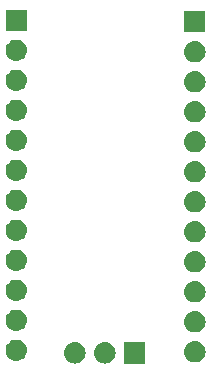
<source format=gbr>
G04 #@! TF.GenerationSoftware,KiCad,Pcbnew,(5.1.4-0)*
G04 #@! TF.CreationDate,2020-07-13T22:24:35+08:00*
G04 #@! TF.ProjectId,attiny3217,61747469-6e79-4333-9231-372e6b696361,rev?*
G04 #@! TF.SameCoordinates,Original*
G04 #@! TF.FileFunction,Soldermask,Bot*
G04 #@! TF.FilePolarity,Negative*
%FSLAX46Y46*%
G04 Gerber Fmt 4.6, Leading zero omitted, Abs format (unit mm)*
G04 Created by KiCad (PCBNEW (5.1.4-0)) date 2020-07-13 22:24:35*
%MOMM*%
%LPD*%
G04 APERTURE LIST*
%ADD10C,0.100000*%
G04 APERTURE END LIST*
D10*
G36*
X137984800Y-95084200D02*
G01*
X136182800Y-95084200D01*
X136182800Y-93282200D01*
X137984800Y-93282200D01*
X137984800Y-95084200D01*
X137984800Y-95084200D01*
G37*
G36*
X134654242Y-93288718D02*
G01*
X134720427Y-93295237D01*
X134890266Y-93346757D01*
X135046791Y-93430422D01*
X135082529Y-93459752D01*
X135183986Y-93543014D01*
X135267248Y-93644471D01*
X135296578Y-93680209D01*
X135380243Y-93836734D01*
X135431763Y-94006573D01*
X135449159Y-94183200D01*
X135431763Y-94359827D01*
X135380243Y-94529666D01*
X135296578Y-94686191D01*
X135279190Y-94707378D01*
X135183986Y-94823386D01*
X135082529Y-94906648D01*
X135046791Y-94935978D01*
X134890266Y-95019643D01*
X134720427Y-95071163D01*
X134654243Y-95077681D01*
X134588060Y-95084200D01*
X134499540Y-95084200D01*
X134433357Y-95077681D01*
X134367173Y-95071163D01*
X134197334Y-95019643D01*
X134040809Y-94935978D01*
X134005071Y-94906648D01*
X133903614Y-94823386D01*
X133808410Y-94707378D01*
X133791022Y-94686191D01*
X133707357Y-94529666D01*
X133655837Y-94359827D01*
X133638441Y-94183200D01*
X133655837Y-94006573D01*
X133707357Y-93836734D01*
X133791022Y-93680209D01*
X133820352Y-93644471D01*
X133903614Y-93543014D01*
X134005071Y-93459752D01*
X134040809Y-93430422D01*
X134197334Y-93346757D01*
X134367173Y-93295237D01*
X134433358Y-93288718D01*
X134499540Y-93282200D01*
X134588060Y-93282200D01*
X134654242Y-93288718D01*
X134654242Y-93288718D01*
G37*
G36*
X132114242Y-93288718D02*
G01*
X132180427Y-93295237D01*
X132350266Y-93346757D01*
X132506791Y-93430422D01*
X132542529Y-93459752D01*
X132643986Y-93543014D01*
X132727248Y-93644471D01*
X132756578Y-93680209D01*
X132840243Y-93836734D01*
X132891763Y-94006573D01*
X132909159Y-94183200D01*
X132891763Y-94359827D01*
X132840243Y-94529666D01*
X132756578Y-94686191D01*
X132739190Y-94707378D01*
X132643986Y-94823386D01*
X132542529Y-94906648D01*
X132506791Y-94935978D01*
X132350266Y-95019643D01*
X132180427Y-95071163D01*
X132114243Y-95077681D01*
X132048060Y-95084200D01*
X131959540Y-95084200D01*
X131893357Y-95077681D01*
X131827173Y-95071163D01*
X131657334Y-95019643D01*
X131500809Y-94935978D01*
X131465071Y-94906648D01*
X131363614Y-94823386D01*
X131268410Y-94707378D01*
X131251022Y-94686191D01*
X131167357Y-94529666D01*
X131115837Y-94359827D01*
X131098441Y-94183200D01*
X131115837Y-94006573D01*
X131167357Y-93836734D01*
X131251022Y-93680209D01*
X131280352Y-93644471D01*
X131363614Y-93543014D01*
X131465071Y-93459752D01*
X131500809Y-93430422D01*
X131657334Y-93346757D01*
X131827173Y-93295237D01*
X131893358Y-93288718D01*
X131959540Y-93282200D01*
X132048060Y-93282200D01*
X132114242Y-93288718D01*
X132114242Y-93288718D01*
G37*
G36*
X142274243Y-93187119D02*
G01*
X142340427Y-93193637D01*
X142510266Y-93245157D01*
X142666791Y-93328822D01*
X142688646Y-93346758D01*
X142803986Y-93441414D01*
X142887248Y-93542871D01*
X142916578Y-93578609D01*
X143000243Y-93735134D01*
X143051763Y-93904973D01*
X143069159Y-94081600D01*
X143051763Y-94258227D01*
X143000243Y-94428066D01*
X142916578Y-94584591D01*
X142908211Y-94594786D01*
X142803986Y-94721786D01*
X142702529Y-94805048D01*
X142666791Y-94834378D01*
X142510266Y-94918043D01*
X142340427Y-94969563D01*
X142274242Y-94976082D01*
X142208060Y-94982600D01*
X142119540Y-94982600D01*
X142053357Y-94976081D01*
X141987173Y-94969563D01*
X141817334Y-94918043D01*
X141660809Y-94834378D01*
X141625071Y-94805048D01*
X141523614Y-94721786D01*
X141419389Y-94594786D01*
X141411022Y-94584591D01*
X141327357Y-94428066D01*
X141275837Y-94258227D01*
X141258441Y-94081600D01*
X141275837Y-93904973D01*
X141327357Y-93735134D01*
X141411022Y-93578609D01*
X141440352Y-93542871D01*
X141523614Y-93441414D01*
X141638954Y-93346758D01*
X141660809Y-93328822D01*
X141817334Y-93245157D01*
X141987173Y-93193637D01*
X142053357Y-93187119D01*
X142119540Y-93180600D01*
X142208060Y-93180600D01*
X142274243Y-93187119D01*
X142274243Y-93187119D01*
G37*
G36*
X127161242Y-93060118D02*
G01*
X127227427Y-93066637D01*
X127397266Y-93118157D01*
X127553791Y-93201822D01*
X127589529Y-93231152D01*
X127690986Y-93314414D01*
X127774248Y-93415871D01*
X127803578Y-93451609D01*
X127887243Y-93608134D01*
X127938763Y-93777973D01*
X127956159Y-93954600D01*
X127938763Y-94131227D01*
X127887243Y-94301066D01*
X127803578Y-94457591D01*
X127774248Y-94493329D01*
X127690986Y-94594786D01*
X127589529Y-94678048D01*
X127553791Y-94707378D01*
X127397266Y-94791043D01*
X127227427Y-94842563D01*
X127161243Y-94849081D01*
X127095060Y-94855600D01*
X127006540Y-94855600D01*
X126940358Y-94849082D01*
X126874173Y-94842563D01*
X126704334Y-94791043D01*
X126547809Y-94707378D01*
X126512071Y-94678048D01*
X126410614Y-94594786D01*
X126327352Y-94493329D01*
X126298022Y-94457591D01*
X126214357Y-94301066D01*
X126162837Y-94131227D01*
X126145441Y-93954600D01*
X126162837Y-93777973D01*
X126214357Y-93608134D01*
X126298022Y-93451609D01*
X126327352Y-93415871D01*
X126410614Y-93314414D01*
X126512071Y-93231152D01*
X126547809Y-93201822D01*
X126704334Y-93118157D01*
X126874173Y-93066637D01*
X126940358Y-93060118D01*
X127006540Y-93053600D01*
X127095060Y-93053600D01*
X127161242Y-93060118D01*
X127161242Y-93060118D01*
G37*
G36*
X142274242Y-90647118D02*
G01*
X142340427Y-90653637D01*
X142510266Y-90705157D01*
X142666791Y-90788822D01*
X142702529Y-90818152D01*
X142803986Y-90901414D01*
X142887248Y-91002871D01*
X142916578Y-91038609D01*
X143000243Y-91195134D01*
X143051763Y-91364973D01*
X143069159Y-91541600D01*
X143051763Y-91718227D01*
X143000243Y-91888066D01*
X142916578Y-92044591D01*
X142908211Y-92054786D01*
X142803986Y-92181786D01*
X142702529Y-92265048D01*
X142666791Y-92294378D01*
X142510266Y-92378043D01*
X142340427Y-92429563D01*
X142274242Y-92436082D01*
X142208060Y-92442600D01*
X142119540Y-92442600D01*
X142053358Y-92436082D01*
X141987173Y-92429563D01*
X141817334Y-92378043D01*
X141660809Y-92294378D01*
X141625071Y-92265048D01*
X141523614Y-92181786D01*
X141419389Y-92054786D01*
X141411022Y-92044591D01*
X141327357Y-91888066D01*
X141275837Y-91718227D01*
X141258441Y-91541600D01*
X141275837Y-91364973D01*
X141327357Y-91195134D01*
X141411022Y-91038609D01*
X141440352Y-91002871D01*
X141523614Y-90901414D01*
X141625071Y-90818152D01*
X141660809Y-90788822D01*
X141817334Y-90705157D01*
X141987173Y-90653637D01*
X142053358Y-90647118D01*
X142119540Y-90640600D01*
X142208060Y-90640600D01*
X142274242Y-90647118D01*
X142274242Y-90647118D01*
G37*
G36*
X127161243Y-90520119D02*
G01*
X127227427Y-90526637D01*
X127397266Y-90578157D01*
X127553791Y-90661822D01*
X127589529Y-90691152D01*
X127690986Y-90774414D01*
X127774248Y-90875871D01*
X127803578Y-90911609D01*
X127887243Y-91068134D01*
X127938763Y-91237973D01*
X127956159Y-91414600D01*
X127938763Y-91591227D01*
X127887243Y-91761066D01*
X127803578Y-91917591D01*
X127774248Y-91953329D01*
X127690986Y-92054786D01*
X127589529Y-92138048D01*
X127553791Y-92167378D01*
X127397266Y-92251043D01*
X127227427Y-92302563D01*
X127161242Y-92309082D01*
X127095060Y-92315600D01*
X127006540Y-92315600D01*
X126940358Y-92309082D01*
X126874173Y-92302563D01*
X126704334Y-92251043D01*
X126547809Y-92167378D01*
X126512071Y-92138048D01*
X126410614Y-92054786D01*
X126327352Y-91953329D01*
X126298022Y-91917591D01*
X126214357Y-91761066D01*
X126162837Y-91591227D01*
X126145441Y-91414600D01*
X126162837Y-91237973D01*
X126214357Y-91068134D01*
X126298022Y-90911609D01*
X126327352Y-90875871D01*
X126410614Y-90774414D01*
X126512071Y-90691152D01*
X126547809Y-90661822D01*
X126704334Y-90578157D01*
X126874173Y-90526637D01*
X126940357Y-90520119D01*
X127006540Y-90513600D01*
X127095060Y-90513600D01*
X127161243Y-90520119D01*
X127161243Y-90520119D01*
G37*
G36*
X142274242Y-88107118D02*
G01*
X142340427Y-88113637D01*
X142510266Y-88165157D01*
X142666791Y-88248822D01*
X142702529Y-88278152D01*
X142803986Y-88361414D01*
X142887248Y-88462871D01*
X142916578Y-88498609D01*
X143000243Y-88655134D01*
X143051763Y-88824973D01*
X143069159Y-89001600D01*
X143051763Y-89178227D01*
X143000243Y-89348066D01*
X142916578Y-89504591D01*
X142908211Y-89514786D01*
X142803986Y-89641786D01*
X142702529Y-89725048D01*
X142666791Y-89754378D01*
X142510266Y-89838043D01*
X142340427Y-89889563D01*
X142274243Y-89896081D01*
X142208060Y-89902600D01*
X142119540Y-89902600D01*
X142053357Y-89896081D01*
X141987173Y-89889563D01*
X141817334Y-89838043D01*
X141660809Y-89754378D01*
X141625071Y-89725048D01*
X141523614Y-89641786D01*
X141419389Y-89514786D01*
X141411022Y-89504591D01*
X141327357Y-89348066D01*
X141275837Y-89178227D01*
X141258441Y-89001600D01*
X141275837Y-88824973D01*
X141327357Y-88655134D01*
X141411022Y-88498609D01*
X141440352Y-88462871D01*
X141523614Y-88361414D01*
X141625071Y-88278152D01*
X141660809Y-88248822D01*
X141817334Y-88165157D01*
X141987173Y-88113637D01*
X142053358Y-88107118D01*
X142119540Y-88100600D01*
X142208060Y-88100600D01*
X142274242Y-88107118D01*
X142274242Y-88107118D01*
G37*
G36*
X127161242Y-87980118D02*
G01*
X127227427Y-87986637D01*
X127397266Y-88038157D01*
X127553791Y-88121822D01*
X127589529Y-88151152D01*
X127690986Y-88234414D01*
X127774248Y-88335871D01*
X127803578Y-88371609D01*
X127887243Y-88528134D01*
X127938763Y-88697973D01*
X127956159Y-88874600D01*
X127938763Y-89051227D01*
X127887243Y-89221066D01*
X127803578Y-89377591D01*
X127774248Y-89413329D01*
X127690986Y-89514786D01*
X127589529Y-89598048D01*
X127553791Y-89627378D01*
X127397266Y-89711043D01*
X127227427Y-89762563D01*
X127161243Y-89769081D01*
X127095060Y-89775600D01*
X127006540Y-89775600D01*
X126940357Y-89769081D01*
X126874173Y-89762563D01*
X126704334Y-89711043D01*
X126547809Y-89627378D01*
X126512071Y-89598048D01*
X126410614Y-89514786D01*
X126327352Y-89413329D01*
X126298022Y-89377591D01*
X126214357Y-89221066D01*
X126162837Y-89051227D01*
X126145441Y-88874600D01*
X126162837Y-88697973D01*
X126214357Y-88528134D01*
X126298022Y-88371609D01*
X126327352Y-88335871D01*
X126410614Y-88234414D01*
X126512071Y-88151152D01*
X126547809Y-88121822D01*
X126704334Y-88038157D01*
X126874173Y-87986637D01*
X126940358Y-87980118D01*
X127006540Y-87973600D01*
X127095060Y-87973600D01*
X127161242Y-87980118D01*
X127161242Y-87980118D01*
G37*
G36*
X142274243Y-85567119D02*
G01*
X142340427Y-85573637D01*
X142510266Y-85625157D01*
X142666791Y-85708822D01*
X142702529Y-85738152D01*
X142803986Y-85821414D01*
X142887248Y-85922871D01*
X142916578Y-85958609D01*
X143000243Y-86115134D01*
X143051763Y-86284973D01*
X143069159Y-86461600D01*
X143051763Y-86638227D01*
X143000243Y-86808066D01*
X142916578Y-86964591D01*
X142908211Y-86974786D01*
X142803986Y-87101786D01*
X142702529Y-87185048D01*
X142666791Y-87214378D01*
X142510266Y-87298043D01*
X142340427Y-87349563D01*
X142274242Y-87356082D01*
X142208060Y-87362600D01*
X142119540Y-87362600D01*
X142053358Y-87356082D01*
X141987173Y-87349563D01*
X141817334Y-87298043D01*
X141660809Y-87214378D01*
X141625071Y-87185048D01*
X141523614Y-87101786D01*
X141419389Y-86974786D01*
X141411022Y-86964591D01*
X141327357Y-86808066D01*
X141275837Y-86638227D01*
X141258441Y-86461600D01*
X141275837Y-86284973D01*
X141327357Y-86115134D01*
X141411022Y-85958609D01*
X141440352Y-85922871D01*
X141523614Y-85821414D01*
X141625071Y-85738152D01*
X141660809Y-85708822D01*
X141817334Y-85625157D01*
X141987173Y-85573637D01*
X142053357Y-85567119D01*
X142119540Y-85560600D01*
X142208060Y-85560600D01*
X142274243Y-85567119D01*
X142274243Y-85567119D01*
G37*
G36*
X127161243Y-85440119D02*
G01*
X127227427Y-85446637D01*
X127397266Y-85498157D01*
X127553791Y-85581822D01*
X127589529Y-85611152D01*
X127690986Y-85694414D01*
X127774248Y-85795871D01*
X127803578Y-85831609D01*
X127887243Y-85988134D01*
X127938763Y-86157973D01*
X127956159Y-86334600D01*
X127938763Y-86511227D01*
X127887243Y-86681066D01*
X127803578Y-86837591D01*
X127774248Y-86873329D01*
X127690986Y-86974786D01*
X127589529Y-87058048D01*
X127553791Y-87087378D01*
X127397266Y-87171043D01*
X127227427Y-87222563D01*
X127161242Y-87229082D01*
X127095060Y-87235600D01*
X127006540Y-87235600D01*
X126940358Y-87229082D01*
X126874173Y-87222563D01*
X126704334Y-87171043D01*
X126547809Y-87087378D01*
X126512071Y-87058048D01*
X126410614Y-86974786D01*
X126327352Y-86873329D01*
X126298022Y-86837591D01*
X126214357Y-86681066D01*
X126162837Y-86511227D01*
X126145441Y-86334600D01*
X126162837Y-86157973D01*
X126214357Y-85988134D01*
X126298022Y-85831609D01*
X126327352Y-85795871D01*
X126410614Y-85694414D01*
X126512071Y-85611152D01*
X126547809Y-85581822D01*
X126704334Y-85498157D01*
X126874173Y-85446637D01*
X126940357Y-85440119D01*
X127006540Y-85433600D01*
X127095060Y-85433600D01*
X127161243Y-85440119D01*
X127161243Y-85440119D01*
G37*
G36*
X142274243Y-83027119D02*
G01*
X142340427Y-83033637D01*
X142510266Y-83085157D01*
X142666791Y-83168822D01*
X142702529Y-83198152D01*
X142803986Y-83281414D01*
X142887248Y-83382871D01*
X142916578Y-83418609D01*
X143000243Y-83575134D01*
X143051763Y-83744973D01*
X143069159Y-83921600D01*
X143051763Y-84098227D01*
X143000243Y-84268066D01*
X142916578Y-84424591D01*
X142908211Y-84434786D01*
X142803986Y-84561786D01*
X142702529Y-84645048D01*
X142666791Y-84674378D01*
X142510266Y-84758043D01*
X142340427Y-84809563D01*
X142274243Y-84816081D01*
X142208060Y-84822600D01*
X142119540Y-84822600D01*
X142053357Y-84816081D01*
X141987173Y-84809563D01*
X141817334Y-84758043D01*
X141660809Y-84674378D01*
X141625071Y-84645048D01*
X141523614Y-84561786D01*
X141419389Y-84434786D01*
X141411022Y-84424591D01*
X141327357Y-84268066D01*
X141275837Y-84098227D01*
X141258441Y-83921600D01*
X141275837Y-83744973D01*
X141327357Y-83575134D01*
X141411022Y-83418609D01*
X141440352Y-83382871D01*
X141523614Y-83281414D01*
X141625071Y-83198152D01*
X141660809Y-83168822D01*
X141817334Y-83085157D01*
X141987173Y-83033637D01*
X142053357Y-83027119D01*
X142119540Y-83020600D01*
X142208060Y-83020600D01*
X142274243Y-83027119D01*
X142274243Y-83027119D01*
G37*
G36*
X127161242Y-82900118D02*
G01*
X127227427Y-82906637D01*
X127397266Y-82958157D01*
X127553791Y-83041822D01*
X127589529Y-83071152D01*
X127690986Y-83154414D01*
X127774248Y-83255871D01*
X127803578Y-83291609D01*
X127887243Y-83448134D01*
X127938763Y-83617973D01*
X127956159Y-83794600D01*
X127938763Y-83971227D01*
X127887243Y-84141066D01*
X127803578Y-84297591D01*
X127774248Y-84333329D01*
X127690986Y-84434786D01*
X127589529Y-84518048D01*
X127553791Y-84547378D01*
X127397266Y-84631043D01*
X127227427Y-84682563D01*
X127161242Y-84689082D01*
X127095060Y-84695600D01*
X127006540Y-84695600D01*
X126940358Y-84689082D01*
X126874173Y-84682563D01*
X126704334Y-84631043D01*
X126547809Y-84547378D01*
X126512071Y-84518048D01*
X126410614Y-84434786D01*
X126327352Y-84333329D01*
X126298022Y-84297591D01*
X126214357Y-84141066D01*
X126162837Y-83971227D01*
X126145441Y-83794600D01*
X126162837Y-83617973D01*
X126214357Y-83448134D01*
X126298022Y-83291609D01*
X126327352Y-83255871D01*
X126410614Y-83154414D01*
X126512071Y-83071152D01*
X126547809Y-83041822D01*
X126704334Y-82958157D01*
X126874173Y-82906637D01*
X126940358Y-82900118D01*
X127006540Y-82893600D01*
X127095060Y-82893600D01*
X127161242Y-82900118D01*
X127161242Y-82900118D01*
G37*
G36*
X142274242Y-80487118D02*
G01*
X142340427Y-80493637D01*
X142510266Y-80545157D01*
X142666791Y-80628822D01*
X142702529Y-80658152D01*
X142803986Y-80741414D01*
X142887248Y-80842871D01*
X142916578Y-80878609D01*
X143000243Y-81035134D01*
X143051763Y-81204973D01*
X143069159Y-81381600D01*
X143051763Y-81558227D01*
X143000243Y-81728066D01*
X142916578Y-81884591D01*
X142908211Y-81894786D01*
X142803986Y-82021786D01*
X142702529Y-82105048D01*
X142666791Y-82134378D01*
X142510266Y-82218043D01*
X142340427Y-82269563D01*
X142274242Y-82276082D01*
X142208060Y-82282600D01*
X142119540Y-82282600D01*
X142053358Y-82276082D01*
X141987173Y-82269563D01*
X141817334Y-82218043D01*
X141660809Y-82134378D01*
X141625071Y-82105048D01*
X141523614Y-82021786D01*
X141419389Y-81894786D01*
X141411022Y-81884591D01*
X141327357Y-81728066D01*
X141275837Y-81558227D01*
X141258441Y-81381600D01*
X141275837Y-81204973D01*
X141327357Y-81035134D01*
X141411022Y-80878609D01*
X141440352Y-80842871D01*
X141523614Y-80741414D01*
X141625071Y-80658152D01*
X141660809Y-80628822D01*
X141817334Y-80545157D01*
X141987173Y-80493637D01*
X142053358Y-80487118D01*
X142119540Y-80480600D01*
X142208060Y-80480600D01*
X142274242Y-80487118D01*
X142274242Y-80487118D01*
G37*
G36*
X127161242Y-80360118D02*
G01*
X127227427Y-80366637D01*
X127397266Y-80418157D01*
X127553791Y-80501822D01*
X127589529Y-80531152D01*
X127690986Y-80614414D01*
X127774248Y-80715871D01*
X127803578Y-80751609D01*
X127887243Y-80908134D01*
X127938763Y-81077973D01*
X127956159Y-81254600D01*
X127938763Y-81431227D01*
X127887243Y-81601066D01*
X127803578Y-81757591D01*
X127774248Y-81793329D01*
X127690986Y-81894786D01*
X127589529Y-81978048D01*
X127553791Y-82007378D01*
X127397266Y-82091043D01*
X127227427Y-82142563D01*
X127161242Y-82149082D01*
X127095060Y-82155600D01*
X127006540Y-82155600D01*
X126940358Y-82149082D01*
X126874173Y-82142563D01*
X126704334Y-82091043D01*
X126547809Y-82007378D01*
X126512071Y-81978048D01*
X126410614Y-81894786D01*
X126327352Y-81793329D01*
X126298022Y-81757591D01*
X126214357Y-81601066D01*
X126162837Y-81431227D01*
X126145441Y-81254600D01*
X126162837Y-81077973D01*
X126214357Y-80908134D01*
X126298022Y-80751609D01*
X126327352Y-80715871D01*
X126410614Y-80614414D01*
X126512071Y-80531152D01*
X126547809Y-80501822D01*
X126704334Y-80418157D01*
X126874173Y-80366637D01*
X126940358Y-80360118D01*
X127006540Y-80353600D01*
X127095060Y-80353600D01*
X127161242Y-80360118D01*
X127161242Y-80360118D01*
G37*
G36*
X142274243Y-77947119D02*
G01*
X142340427Y-77953637D01*
X142510266Y-78005157D01*
X142666791Y-78088822D01*
X142702529Y-78118152D01*
X142803986Y-78201414D01*
X142887248Y-78302871D01*
X142916578Y-78338609D01*
X143000243Y-78495134D01*
X143051763Y-78664973D01*
X143069159Y-78841600D01*
X143051763Y-79018227D01*
X143000243Y-79188066D01*
X142916578Y-79344591D01*
X142908211Y-79354786D01*
X142803986Y-79481786D01*
X142702529Y-79565048D01*
X142666791Y-79594378D01*
X142510266Y-79678043D01*
X142340427Y-79729563D01*
X142274243Y-79736081D01*
X142208060Y-79742600D01*
X142119540Y-79742600D01*
X142053357Y-79736081D01*
X141987173Y-79729563D01*
X141817334Y-79678043D01*
X141660809Y-79594378D01*
X141625071Y-79565048D01*
X141523614Y-79481786D01*
X141419389Y-79354786D01*
X141411022Y-79344591D01*
X141327357Y-79188066D01*
X141275837Y-79018227D01*
X141258441Y-78841600D01*
X141275837Y-78664973D01*
X141327357Y-78495134D01*
X141411022Y-78338609D01*
X141440352Y-78302871D01*
X141523614Y-78201414D01*
X141625071Y-78118152D01*
X141660809Y-78088822D01*
X141817334Y-78005157D01*
X141987173Y-77953637D01*
X142053357Y-77947119D01*
X142119540Y-77940600D01*
X142208060Y-77940600D01*
X142274243Y-77947119D01*
X142274243Y-77947119D01*
G37*
G36*
X127161242Y-77820118D02*
G01*
X127227427Y-77826637D01*
X127397266Y-77878157D01*
X127553791Y-77961822D01*
X127589529Y-77991152D01*
X127690986Y-78074414D01*
X127774248Y-78175871D01*
X127803578Y-78211609D01*
X127887243Y-78368134D01*
X127938763Y-78537973D01*
X127956159Y-78714600D01*
X127938763Y-78891227D01*
X127887243Y-79061066D01*
X127803578Y-79217591D01*
X127774248Y-79253329D01*
X127690986Y-79354786D01*
X127589529Y-79438048D01*
X127553791Y-79467378D01*
X127397266Y-79551043D01*
X127227427Y-79602563D01*
X127161243Y-79609081D01*
X127095060Y-79615600D01*
X127006540Y-79615600D01*
X126940357Y-79609081D01*
X126874173Y-79602563D01*
X126704334Y-79551043D01*
X126547809Y-79467378D01*
X126512071Y-79438048D01*
X126410614Y-79354786D01*
X126327352Y-79253329D01*
X126298022Y-79217591D01*
X126214357Y-79061066D01*
X126162837Y-78891227D01*
X126145441Y-78714600D01*
X126162837Y-78537973D01*
X126214357Y-78368134D01*
X126298022Y-78211609D01*
X126327352Y-78175871D01*
X126410614Y-78074414D01*
X126512071Y-77991152D01*
X126547809Y-77961822D01*
X126704334Y-77878157D01*
X126874173Y-77826637D01*
X126940358Y-77820118D01*
X127006540Y-77813600D01*
X127095060Y-77813600D01*
X127161242Y-77820118D01*
X127161242Y-77820118D01*
G37*
G36*
X142274243Y-75407119D02*
G01*
X142340427Y-75413637D01*
X142510266Y-75465157D01*
X142666791Y-75548822D01*
X142702529Y-75578152D01*
X142803986Y-75661414D01*
X142887248Y-75762871D01*
X142916578Y-75798609D01*
X143000243Y-75955134D01*
X143051763Y-76124973D01*
X143069159Y-76301600D01*
X143051763Y-76478227D01*
X143000243Y-76648066D01*
X142916578Y-76804591D01*
X142908211Y-76814786D01*
X142803986Y-76941786D01*
X142702529Y-77025048D01*
X142666791Y-77054378D01*
X142510266Y-77138043D01*
X142340427Y-77189563D01*
X142274243Y-77196081D01*
X142208060Y-77202600D01*
X142119540Y-77202600D01*
X142053357Y-77196081D01*
X141987173Y-77189563D01*
X141817334Y-77138043D01*
X141660809Y-77054378D01*
X141625071Y-77025048D01*
X141523614Y-76941786D01*
X141419389Y-76814786D01*
X141411022Y-76804591D01*
X141327357Y-76648066D01*
X141275837Y-76478227D01*
X141258441Y-76301600D01*
X141275837Y-76124973D01*
X141327357Y-75955134D01*
X141411022Y-75798609D01*
X141440352Y-75762871D01*
X141523614Y-75661414D01*
X141625071Y-75578152D01*
X141660809Y-75548822D01*
X141817334Y-75465157D01*
X141987173Y-75413637D01*
X142053357Y-75407119D01*
X142119540Y-75400600D01*
X142208060Y-75400600D01*
X142274243Y-75407119D01*
X142274243Y-75407119D01*
G37*
G36*
X127161243Y-75280119D02*
G01*
X127227427Y-75286637D01*
X127397266Y-75338157D01*
X127553791Y-75421822D01*
X127589529Y-75451152D01*
X127690986Y-75534414D01*
X127774248Y-75635871D01*
X127803578Y-75671609D01*
X127887243Y-75828134D01*
X127938763Y-75997973D01*
X127956159Y-76174600D01*
X127938763Y-76351227D01*
X127887243Y-76521066D01*
X127803578Y-76677591D01*
X127774248Y-76713329D01*
X127690986Y-76814786D01*
X127589529Y-76898048D01*
X127553791Y-76927378D01*
X127397266Y-77011043D01*
X127227427Y-77062563D01*
X127161242Y-77069082D01*
X127095060Y-77075600D01*
X127006540Y-77075600D01*
X126940358Y-77069082D01*
X126874173Y-77062563D01*
X126704334Y-77011043D01*
X126547809Y-76927378D01*
X126512071Y-76898048D01*
X126410614Y-76814786D01*
X126327352Y-76713329D01*
X126298022Y-76677591D01*
X126214357Y-76521066D01*
X126162837Y-76351227D01*
X126145441Y-76174600D01*
X126162837Y-75997973D01*
X126214357Y-75828134D01*
X126298022Y-75671609D01*
X126327352Y-75635871D01*
X126410614Y-75534414D01*
X126512071Y-75451152D01*
X126547809Y-75421822D01*
X126704334Y-75338157D01*
X126874173Y-75286637D01*
X126940357Y-75280119D01*
X127006540Y-75273600D01*
X127095060Y-75273600D01*
X127161243Y-75280119D01*
X127161243Y-75280119D01*
G37*
G36*
X142274243Y-72867119D02*
G01*
X142340427Y-72873637D01*
X142510266Y-72925157D01*
X142666791Y-73008822D01*
X142702529Y-73038152D01*
X142803986Y-73121414D01*
X142887248Y-73222871D01*
X142916578Y-73258609D01*
X143000243Y-73415134D01*
X143051763Y-73584973D01*
X143069159Y-73761600D01*
X143051763Y-73938227D01*
X143000243Y-74108066D01*
X142916578Y-74264591D01*
X142908211Y-74274786D01*
X142803986Y-74401786D01*
X142702529Y-74485048D01*
X142666791Y-74514378D01*
X142510266Y-74598043D01*
X142340427Y-74649563D01*
X142274243Y-74656081D01*
X142208060Y-74662600D01*
X142119540Y-74662600D01*
X142053357Y-74656081D01*
X141987173Y-74649563D01*
X141817334Y-74598043D01*
X141660809Y-74514378D01*
X141625071Y-74485048D01*
X141523614Y-74401786D01*
X141419389Y-74274786D01*
X141411022Y-74264591D01*
X141327357Y-74108066D01*
X141275837Y-73938227D01*
X141258441Y-73761600D01*
X141275837Y-73584973D01*
X141327357Y-73415134D01*
X141411022Y-73258609D01*
X141440352Y-73222871D01*
X141523614Y-73121414D01*
X141625071Y-73038152D01*
X141660809Y-73008822D01*
X141817334Y-72925157D01*
X141987173Y-72873637D01*
X142053357Y-72867119D01*
X142119540Y-72860600D01*
X142208060Y-72860600D01*
X142274243Y-72867119D01*
X142274243Y-72867119D01*
G37*
G36*
X127161243Y-72740119D02*
G01*
X127227427Y-72746637D01*
X127397266Y-72798157D01*
X127553791Y-72881822D01*
X127589529Y-72911152D01*
X127690986Y-72994414D01*
X127774248Y-73095871D01*
X127803578Y-73131609D01*
X127887243Y-73288134D01*
X127938763Y-73457973D01*
X127956159Y-73634600D01*
X127938763Y-73811227D01*
X127887243Y-73981066D01*
X127803578Y-74137591D01*
X127774248Y-74173329D01*
X127690986Y-74274786D01*
X127589529Y-74358048D01*
X127553791Y-74387378D01*
X127397266Y-74471043D01*
X127227427Y-74522563D01*
X127161243Y-74529081D01*
X127095060Y-74535600D01*
X127006540Y-74535600D01*
X126940357Y-74529081D01*
X126874173Y-74522563D01*
X126704334Y-74471043D01*
X126547809Y-74387378D01*
X126512071Y-74358048D01*
X126410614Y-74274786D01*
X126327352Y-74173329D01*
X126298022Y-74137591D01*
X126214357Y-73981066D01*
X126162837Y-73811227D01*
X126145441Y-73634600D01*
X126162837Y-73457973D01*
X126214357Y-73288134D01*
X126298022Y-73131609D01*
X126327352Y-73095871D01*
X126410614Y-72994414D01*
X126512071Y-72911152D01*
X126547809Y-72881822D01*
X126704334Y-72798157D01*
X126874173Y-72746637D01*
X126940357Y-72740119D01*
X127006540Y-72733600D01*
X127095060Y-72733600D01*
X127161243Y-72740119D01*
X127161243Y-72740119D01*
G37*
G36*
X142274242Y-70327118D02*
G01*
X142340427Y-70333637D01*
X142510266Y-70385157D01*
X142666791Y-70468822D01*
X142702529Y-70498152D01*
X142803986Y-70581414D01*
X142887248Y-70682871D01*
X142916578Y-70718609D01*
X143000243Y-70875134D01*
X143051763Y-71044973D01*
X143069159Y-71221600D01*
X143051763Y-71398227D01*
X143000243Y-71568066D01*
X142916578Y-71724591D01*
X142908211Y-71734786D01*
X142803986Y-71861786D01*
X142702529Y-71945048D01*
X142666791Y-71974378D01*
X142510266Y-72058043D01*
X142340427Y-72109563D01*
X142274242Y-72116082D01*
X142208060Y-72122600D01*
X142119540Y-72122600D01*
X142053358Y-72116082D01*
X141987173Y-72109563D01*
X141817334Y-72058043D01*
X141660809Y-71974378D01*
X141625071Y-71945048D01*
X141523614Y-71861786D01*
X141419389Y-71734786D01*
X141411022Y-71724591D01*
X141327357Y-71568066D01*
X141275837Y-71398227D01*
X141258441Y-71221600D01*
X141275837Y-71044973D01*
X141327357Y-70875134D01*
X141411022Y-70718609D01*
X141440352Y-70682871D01*
X141523614Y-70581414D01*
X141625071Y-70498152D01*
X141660809Y-70468822D01*
X141817334Y-70385157D01*
X141987173Y-70333637D01*
X142053358Y-70327118D01*
X142119540Y-70320600D01*
X142208060Y-70320600D01*
X142274242Y-70327118D01*
X142274242Y-70327118D01*
G37*
G36*
X127161242Y-70200118D02*
G01*
X127227427Y-70206637D01*
X127397266Y-70258157D01*
X127553791Y-70341822D01*
X127589529Y-70371152D01*
X127690986Y-70454414D01*
X127774248Y-70555871D01*
X127803578Y-70591609D01*
X127887243Y-70748134D01*
X127938763Y-70917973D01*
X127956159Y-71094600D01*
X127938763Y-71271227D01*
X127887243Y-71441066D01*
X127803578Y-71597591D01*
X127774248Y-71633329D01*
X127690986Y-71734786D01*
X127589529Y-71818048D01*
X127553791Y-71847378D01*
X127397266Y-71931043D01*
X127227427Y-71982563D01*
X127161242Y-71989082D01*
X127095060Y-71995600D01*
X127006540Y-71995600D01*
X126940358Y-71989082D01*
X126874173Y-71982563D01*
X126704334Y-71931043D01*
X126547809Y-71847378D01*
X126512071Y-71818048D01*
X126410614Y-71734786D01*
X126327352Y-71633329D01*
X126298022Y-71597591D01*
X126214357Y-71441066D01*
X126162837Y-71271227D01*
X126145441Y-71094600D01*
X126162837Y-70917973D01*
X126214357Y-70748134D01*
X126298022Y-70591609D01*
X126327352Y-70555871D01*
X126410614Y-70454414D01*
X126512071Y-70371152D01*
X126547809Y-70341822D01*
X126704334Y-70258157D01*
X126874173Y-70206637D01*
X126940358Y-70200118D01*
X127006540Y-70193600D01*
X127095060Y-70193600D01*
X127161242Y-70200118D01*
X127161242Y-70200118D01*
G37*
G36*
X142274243Y-67787119D02*
G01*
X142340427Y-67793637D01*
X142510266Y-67845157D01*
X142666791Y-67928822D01*
X142702529Y-67958152D01*
X142803986Y-68041414D01*
X142887248Y-68142871D01*
X142916578Y-68178609D01*
X143000243Y-68335134D01*
X143051763Y-68504973D01*
X143069159Y-68681600D01*
X143051763Y-68858227D01*
X143000243Y-69028066D01*
X142916578Y-69184591D01*
X142908211Y-69194786D01*
X142803986Y-69321786D01*
X142702529Y-69405048D01*
X142666791Y-69434378D01*
X142510266Y-69518043D01*
X142340427Y-69569563D01*
X142274242Y-69576082D01*
X142208060Y-69582600D01*
X142119540Y-69582600D01*
X142053358Y-69576082D01*
X141987173Y-69569563D01*
X141817334Y-69518043D01*
X141660809Y-69434378D01*
X141625071Y-69405048D01*
X141523614Y-69321786D01*
X141419389Y-69194786D01*
X141411022Y-69184591D01*
X141327357Y-69028066D01*
X141275837Y-68858227D01*
X141258441Y-68681600D01*
X141275837Y-68504973D01*
X141327357Y-68335134D01*
X141411022Y-68178609D01*
X141440352Y-68142871D01*
X141523614Y-68041414D01*
X141625071Y-67958152D01*
X141660809Y-67928822D01*
X141817334Y-67845157D01*
X141987173Y-67793637D01*
X142053357Y-67787119D01*
X142119540Y-67780600D01*
X142208060Y-67780600D01*
X142274243Y-67787119D01*
X142274243Y-67787119D01*
G37*
G36*
X127161242Y-67660118D02*
G01*
X127227427Y-67666637D01*
X127397266Y-67718157D01*
X127553791Y-67801822D01*
X127589529Y-67831152D01*
X127690986Y-67914414D01*
X127774248Y-68015871D01*
X127803578Y-68051609D01*
X127887243Y-68208134D01*
X127938763Y-68377973D01*
X127956159Y-68554600D01*
X127938763Y-68731227D01*
X127887243Y-68901066D01*
X127803578Y-69057591D01*
X127774248Y-69093329D01*
X127690986Y-69194786D01*
X127589529Y-69278048D01*
X127553791Y-69307378D01*
X127397266Y-69391043D01*
X127227427Y-69442563D01*
X127161243Y-69449081D01*
X127095060Y-69455600D01*
X127006540Y-69455600D01*
X126940357Y-69449081D01*
X126874173Y-69442563D01*
X126704334Y-69391043D01*
X126547809Y-69307378D01*
X126512071Y-69278048D01*
X126410614Y-69194786D01*
X126327352Y-69093329D01*
X126298022Y-69057591D01*
X126214357Y-68901066D01*
X126162837Y-68731227D01*
X126145441Y-68554600D01*
X126162837Y-68377973D01*
X126214357Y-68208134D01*
X126298022Y-68051609D01*
X126327352Y-68015871D01*
X126410614Y-67914414D01*
X126512071Y-67831152D01*
X126547809Y-67801822D01*
X126704334Y-67718157D01*
X126874173Y-67666637D01*
X126940358Y-67660118D01*
X127006540Y-67653600D01*
X127095060Y-67653600D01*
X127161242Y-67660118D01*
X127161242Y-67660118D01*
G37*
G36*
X143064800Y-67042600D02*
G01*
X141262800Y-67042600D01*
X141262800Y-65240600D01*
X143064800Y-65240600D01*
X143064800Y-67042600D01*
X143064800Y-67042600D01*
G37*
G36*
X127951800Y-66915600D02*
G01*
X126149800Y-66915600D01*
X126149800Y-65113600D01*
X127951800Y-65113600D01*
X127951800Y-66915600D01*
X127951800Y-66915600D01*
G37*
M02*

</source>
